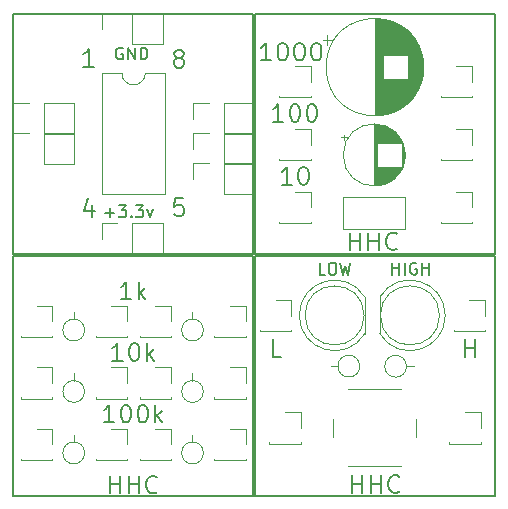
<source format=gbr>
%TF.GenerationSoftware,KiCad,Pcbnew,(6.0.7)*%
%TF.CreationDate,2022-09-26T02:54:28-06:00*%
%TF.ProjectId,HHC-MiniBadge-2022,4848432d-4d69-46e6-9942-616467652d32,v1.0*%
%TF.SameCoordinates,Original*%
%TF.FileFunction,Legend,Top*%
%TF.FilePolarity,Positive*%
%FSLAX46Y46*%
G04 Gerber Fmt 4.6, Leading zero omitted, Abs format (unit mm)*
G04 Created by KiCad (PCBNEW (6.0.7)) date 2022-09-26 02:54:28*
%MOMM*%
%LPD*%
G01*
G04 APERTURE LIST*
%ADD10C,0.200000*%
%ADD11C,0.150000*%
%ADD12C,0.120000*%
%ADD13R,1.700000X1.700000*%
%ADD14O,1.700000X1.700000*%
%ADD15C,1.778000*%
%ADD16R,1.600000X1.600000*%
%ADD17O,1.600000X1.600000*%
%ADD18C,2.000000*%
%ADD19O,1.400000X1.400000*%
%ADD20C,1.400000*%
%ADD21C,1.800000*%
%ADD22R,1.800000X1.800000*%
%ADD23C,1.600000*%
G04 APERTURE END LIST*
D10*
X146645714Y-84578571D02*
X146645714Y-83078571D01*
X146645714Y-83792857D02*
X147502857Y-83792857D01*
X147502857Y-84578571D02*
X147502857Y-83078571D01*
X148217142Y-84578571D02*
X148217142Y-83078571D01*
X148217142Y-83792857D02*
X149074285Y-83792857D01*
X149074285Y-84578571D02*
X149074285Y-83078571D01*
X150645714Y-84435714D02*
X150574285Y-84507142D01*
X150360000Y-84578571D01*
X150217142Y-84578571D01*
X150002857Y-84507142D01*
X149860000Y-84364285D01*
X149788571Y-84221428D01*
X149717142Y-83935714D01*
X149717142Y-83721428D01*
X149788571Y-83435714D01*
X149860000Y-83292857D01*
X150002857Y-83150000D01*
X150217142Y-83078571D01*
X150360000Y-83078571D01*
X150574285Y-83150000D01*
X150645714Y-83221428D01*
X126335714Y-105158571D02*
X126335714Y-103658571D01*
X126335714Y-104372857D02*
X127192857Y-104372857D01*
X127192857Y-105158571D02*
X127192857Y-103658571D01*
X127907142Y-105158571D02*
X127907142Y-103658571D01*
X127907142Y-104372857D02*
X128764285Y-104372857D01*
X128764285Y-105158571D02*
X128764285Y-103658571D01*
X130335714Y-105015714D02*
X130264285Y-105087142D01*
X130050000Y-105158571D01*
X129907142Y-105158571D01*
X129692857Y-105087142D01*
X129550000Y-104944285D01*
X129478571Y-104801428D01*
X129407142Y-104515714D01*
X129407142Y-104301428D01*
X129478571Y-104015714D01*
X129550000Y-103872857D01*
X129692857Y-103730000D01*
X129907142Y-103658571D01*
X130050000Y-103658571D01*
X130264285Y-103730000D01*
X130335714Y-103801428D01*
X146845714Y-105128571D02*
X146845714Y-103628571D01*
X146845714Y-104342857D02*
X147702857Y-104342857D01*
X147702857Y-105128571D02*
X147702857Y-103628571D01*
X148417142Y-105128571D02*
X148417142Y-103628571D01*
X148417142Y-104342857D02*
X149274285Y-104342857D01*
X149274285Y-105128571D02*
X149274285Y-103628571D01*
X150845714Y-104985714D02*
X150774285Y-105057142D01*
X150560000Y-105128571D01*
X150417142Y-105128571D01*
X150202857Y-105057142D01*
X150060000Y-104914285D01*
X149988571Y-104771428D01*
X149917142Y-104485714D01*
X149917142Y-104271428D01*
X149988571Y-103985714D01*
X150060000Y-103842857D01*
X150202857Y-103700000D01*
X150417142Y-103628571D01*
X150560000Y-103628571D01*
X150774285Y-103700000D01*
X150845714Y-103771428D01*
D11*
X150232380Y-86632380D02*
X150232380Y-85632380D01*
X150232380Y-86108571D02*
X150803809Y-86108571D01*
X150803809Y-86632380D02*
X150803809Y-85632380D01*
X151280000Y-86632380D02*
X151280000Y-85632380D01*
X152280000Y-85680000D02*
X152184761Y-85632380D01*
X152041904Y-85632380D01*
X151899047Y-85680000D01*
X151803809Y-85775238D01*
X151756190Y-85870476D01*
X151708571Y-86060952D01*
X151708571Y-86203809D01*
X151756190Y-86394285D01*
X151803809Y-86489523D01*
X151899047Y-86584761D01*
X152041904Y-86632380D01*
X152137142Y-86632380D01*
X152280000Y-86584761D01*
X152327619Y-86537142D01*
X152327619Y-86203809D01*
X152137142Y-86203809D01*
X152756190Y-86632380D02*
X152756190Y-85632380D01*
X152756190Y-86108571D02*
X153327619Y-86108571D01*
X153327619Y-86632380D02*
X153327619Y-85632380D01*
X144554285Y-86632380D02*
X144078095Y-86632380D01*
X144078095Y-85632380D01*
X145078095Y-85632380D02*
X145268571Y-85632380D01*
X145363809Y-85680000D01*
X145459047Y-85775238D01*
X145506666Y-85965714D01*
X145506666Y-86299047D01*
X145459047Y-86489523D01*
X145363809Y-86584761D01*
X145268571Y-86632380D01*
X145078095Y-86632380D01*
X144982857Y-86584761D01*
X144887619Y-86489523D01*
X144840000Y-86299047D01*
X144840000Y-85965714D01*
X144887619Y-85775238D01*
X144982857Y-85680000D01*
X145078095Y-85632380D01*
X145840000Y-85632380D02*
X146078095Y-86632380D01*
X146268571Y-85918095D01*
X146459047Y-86632380D01*
X146697142Y-85632380D01*
X156361428Y-93618571D02*
X156361428Y-92118571D01*
X156361428Y-92832857D02*
X157218571Y-92832857D01*
X157218571Y-93618571D02*
X157218571Y-92118571D01*
X140844285Y-93628571D02*
X140130000Y-93628571D01*
X140130000Y-92128571D01*
X125947619Y-81391428D02*
X126709523Y-81391428D01*
X126328571Y-81772380D02*
X126328571Y-81010476D01*
X127090476Y-80772380D02*
X127709523Y-80772380D01*
X127376190Y-81153333D01*
X127519047Y-81153333D01*
X127614285Y-81200952D01*
X127661904Y-81248571D01*
X127709523Y-81343809D01*
X127709523Y-81581904D01*
X127661904Y-81677142D01*
X127614285Y-81724761D01*
X127519047Y-81772380D01*
X127233333Y-81772380D01*
X127138095Y-81724761D01*
X127090476Y-81677142D01*
X128138095Y-81677142D02*
X128185714Y-81724761D01*
X128138095Y-81772380D01*
X128090476Y-81724761D01*
X128138095Y-81677142D01*
X128138095Y-81772380D01*
X128519047Y-80772380D02*
X129138095Y-80772380D01*
X128804761Y-81153333D01*
X128947619Y-81153333D01*
X129042857Y-81200952D01*
X129090476Y-81248571D01*
X129138095Y-81343809D01*
X129138095Y-81581904D01*
X129090476Y-81677142D01*
X129042857Y-81724761D01*
X128947619Y-81772380D01*
X128661904Y-81772380D01*
X128566666Y-81724761D01*
X128519047Y-81677142D01*
X129471428Y-81105714D02*
X129709523Y-81772380D01*
X129947619Y-81105714D01*
X127398095Y-67470000D02*
X127302857Y-67422380D01*
X127160000Y-67422380D01*
X127017142Y-67470000D01*
X126921904Y-67565238D01*
X126874285Y-67660476D01*
X126826666Y-67850952D01*
X126826666Y-67993809D01*
X126874285Y-68184285D01*
X126921904Y-68279523D01*
X127017142Y-68374761D01*
X127160000Y-68422380D01*
X127255238Y-68422380D01*
X127398095Y-68374761D01*
X127445714Y-68327142D01*
X127445714Y-67993809D01*
X127255238Y-67993809D01*
X127874285Y-68422380D02*
X127874285Y-67422380D01*
X128445714Y-68422380D01*
X128445714Y-67422380D01*
X128921904Y-68422380D02*
X128921904Y-67422380D01*
X129160000Y-67422380D01*
X129302857Y-67470000D01*
X129398095Y-67565238D01*
X129445714Y-67660476D01*
X129493333Y-67850952D01*
X129493333Y-67993809D01*
X129445714Y-68184285D01*
X129398095Y-68279523D01*
X129302857Y-68374761D01*
X129160000Y-68422380D01*
X128921904Y-68422380D01*
X132557142Y-80188571D02*
X131842857Y-80188571D01*
X131771428Y-80902857D01*
X131842857Y-80831428D01*
X131985714Y-80760000D01*
X132342857Y-80760000D01*
X132485714Y-80831428D01*
X132557142Y-80902857D01*
X132628571Y-81045714D01*
X132628571Y-81402857D01*
X132557142Y-81545714D01*
X132485714Y-81617142D01*
X132342857Y-81688571D01*
X131985714Y-81688571D01*
X131842857Y-81617142D01*
X131771428Y-81545714D01*
X124825714Y-80758571D02*
X124825714Y-81758571D01*
X124468571Y-80187142D02*
X124111428Y-81258571D01*
X125040000Y-81258571D01*
X132037142Y-68271428D02*
X131894285Y-68200000D01*
X131822857Y-68128571D01*
X131751428Y-67985714D01*
X131751428Y-67914285D01*
X131822857Y-67771428D01*
X131894285Y-67700000D01*
X132037142Y-67628571D01*
X132322857Y-67628571D01*
X132465714Y-67700000D01*
X132537142Y-67771428D01*
X132608571Y-67914285D01*
X132608571Y-67985714D01*
X132537142Y-68128571D01*
X132465714Y-68200000D01*
X132322857Y-68271428D01*
X132037142Y-68271428D01*
X131894285Y-68342857D01*
X131822857Y-68414285D01*
X131751428Y-68557142D01*
X131751428Y-68842857D01*
X131822857Y-68985714D01*
X131894285Y-69057142D01*
X132037142Y-69128571D01*
X132322857Y-69128571D01*
X132465714Y-69057142D01*
X132537142Y-68985714D01*
X132608571Y-68842857D01*
X132608571Y-68557142D01*
X132537142Y-68414285D01*
X132465714Y-68342857D01*
X132322857Y-68271428D01*
X124948571Y-69058571D02*
X124091428Y-69058571D01*
X124520000Y-69058571D02*
X124520000Y-67558571D01*
X124377142Y-67772857D01*
X124234285Y-67915714D01*
X124091428Y-67987142D01*
X141724285Y-79008571D02*
X140867142Y-79008571D01*
X141295714Y-79008571D02*
X141295714Y-77508571D01*
X141152857Y-77722857D01*
X141010000Y-77865714D01*
X140867142Y-77937142D01*
X142652857Y-77508571D02*
X142795714Y-77508571D01*
X142938571Y-77580000D01*
X143010000Y-77651428D01*
X143081428Y-77794285D01*
X143152857Y-78080000D01*
X143152857Y-78437142D01*
X143081428Y-78722857D01*
X143010000Y-78865714D01*
X142938571Y-78937142D01*
X142795714Y-79008571D01*
X142652857Y-79008571D01*
X142510000Y-78937142D01*
X142438571Y-78865714D01*
X142367142Y-78722857D01*
X142295714Y-78437142D01*
X142295714Y-78080000D01*
X142367142Y-77794285D01*
X142438571Y-77651428D01*
X142510000Y-77580000D01*
X142652857Y-77508571D01*
X141000000Y-73698571D02*
X140142857Y-73698571D01*
X140571428Y-73698571D02*
X140571428Y-72198571D01*
X140428571Y-72412857D01*
X140285714Y-72555714D01*
X140142857Y-72627142D01*
X141928571Y-72198571D02*
X142071428Y-72198571D01*
X142214285Y-72270000D01*
X142285714Y-72341428D01*
X142357142Y-72484285D01*
X142428571Y-72770000D01*
X142428571Y-73127142D01*
X142357142Y-73412857D01*
X142285714Y-73555714D01*
X142214285Y-73627142D01*
X142071428Y-73698571D01*
X141928571Y-73698571D01*
X141785714Y-73627142D01*
X141714285Y-73555714D01*
X141642857Y-73412857D01*
X141571428Y-73127142D01*
X141571428Y-72770000D01*
X141642857Y-72484285D01*
X141714285Y-72341428D01*
X141785714Y-72270000D01*
X141928571Y-72198571D01*
X143357142Y-72198571D02*
X143500000Y-72198571D01*
X143642857Y-72270000D01*
X143714285Y-72341428D01*
X143785714Y-72484285D01*
X143857142Y-72770000D01*
X143857142Y-73127142D01*
X143785714Y-73412857D01*
X143714285Y-73555714D01*
X143642857Y-73627142D01*
X143500000Y-73698571D01*
X143357142Y-73698571D01*
X143214285Y-73627142D01*
X143142857Y-73555714D01*
X143071428Y-73412857D01*
X143000000Y-73127142D01*
X143000000Y-72770000D01*
X143071428Y-72484285D01*
X143142857Y-72341428D01*
X143214285Y-72270000D01*
X143357142Y-72198571D01*
X139955714Y-68498571D02*
X139098571Y-68498571D01*
X139527142Y-68498571D02*
X139527142Y-66998571D01*
X139384285Y-67212857D01*
X139241428Y-67355714D01*
X139098571Y-67427142D01*
X140884285Y-66998571D02*
X141027142Y-66998571D01*
X141170000Y-67070000D01*
X141241428Y-67141428D01*
X141312857Y-67284285D01*
X141384285Y-67570000D01*
X141384285Y-67927142D01*
X141312857Y-68212857D01*
X141241428Y-68355714D01*
X141170000Y-68427142D01*
X141027142Y-68498571D01*
X140884285Y-68498571D01*
X140741428Y-68427142D01*
X140670000Y-68355714D01*
X140598571Y-68212857D01*
X140527142Y-67927142D01*
X140527142Y-67570000D01*
X140598571Y-67284285D01*
X140670000Y-67141428D01*
X140741428Y-67070000D01*
X140884285Y-66998571D01*
X142312857Y-66998571D02*
X142455714Y-66998571D01*
X142598571Y-67070000D01*
X142670000Y-67141428D01*
X142741428Y-67284285D01*
X142812857Y-67570000D01*
X142812857Y-67927142D01*
X142741428Y-68212857D01*
X142670000Y-68355714D01*
X142598571Y-68427142D01*
X142455714Y-68498571D01*
X142312857Y-68498571D01*
X142170000Y-68427142D01*
X142098571Y-68355714D01*
X142027142Y-68212857D01*
X141955714Y-67927142D01*
X141955714Y-67570000D01*
X142027142Y-67284285D01*
X142098571Y-67141428D01*
X142170000Y-67070000D01*
X142312857Y-66998571D01*
X143741428Y-66998571D02*
X143884285Y-66998571D01*
X144027142Y-67070000D01*
X144098571Y-67141428D01*
X144170000Y-67284285D01*
X144241428Y-67570000D01*
X144241428Y-67927142D01*
X144170000Y-68212857D01*
X144098571Y-68355714D01*
X144027142Y-68427142D01*
X143884285Y-68498571D01*
X143741428Y-68498571D01*
X143598571Y-68427142D01*
X143527142Y-68355714D01*
X143455714Y-68212857D01*
X143384285Y-67927142D01*
X143384285Y-67570000D01*
X143455714Y-67284285D01*
X143527142Y-67141428D01*
X143598571Y-67070000D01*
X143741428Y-66998571D01*
X126682857Y-99148571D02*
X125825714Y-99148571D01*
X126254285Y-99148571D02*
X126254285Y-97648571D01*
X126111428Y-97862857D01*
X125968571Y-98005714D01*
X125825714Y-98077142D01*
X127611428Y-97648571D02*
X127754285Y-97648571D01*
X127897142Y-97720000D01*
X127968571Y-97791428D01*
X128040000Y-97934285D01*
X128111428Y-98220000D01*
X128111428Y-98577142D01*
X128040000Y-98862857D01*
X127968571Y-99005714D01*
X127897142Y-99077142D01*
X127754285Y-99148571D01*
X127611428Y-99148571D01*
X127468571Y-99077142D01*
X127397142Y-99005714D01*
X127325714Y-98862857D01*
X127254285Y-98577142D01*
X127254285Y-98220000D01*
X127325714Y-97934285D01*
X127397142Y-97791428D01*
X127468571Y-97720000D01*
X127611428Y-97648571D01*
X129040000Y-97648571D02*
X129182857Y-97648571D01*
X129325714Y-97720000D01*
X129397142Y-97791428D01*
X129468571Y-97934285D01*
X129540000Y-98220000D01*
X129540000Y-98577142D01*
X129468571Y-98862857D01*
X129397142Y-99005714D01*
X129325714Y-99077142D01*
X129182857Y-99148571D01*
X129040000Y-99148571D01*
X128897142Y-99077142D01*
X128825714Y-99005714D01*
X128754285Y-98862857D01*
X128682857Y-98577142D01*
X128682857Y-98220000D01*
X128754285Y-97934285D01*
X128825714Y-97791428D01*
X128897142Y-97720000D01*
X129040000Y-97648571D01*
X130182857Y-99148571D02*
X130182857Y-97648571D01*
X130325714Y-98577142D02*
X130754285Y-99148571D01*
X130754285Y-98148571D02*
X130182857Y-98720000D01*
X127397142Y-93938571D02*
X126540000Y-93938571D01*
X126968571Y-93938571D02*
X126968571Y-92438571D01*
X126825714Y-92652857D01*
X126682857Y-92795714D01*
X126540000Y-92867142D01*
X128325714Y-92438571D02*
X128468571Y-92438571D01*
X128611428Y-92510000D01*
X128682857Y-92581428D01*
X128754285Y-92724285D01*
X128825714Y-93010000D01*
X128825714Y-93367142D01*
X128754285Y-93652857D01*
X128682857Y-93795714D01*
X128611428Y-93867142D01*
X128468571Y-93938571D01*
X128325714Y-93938571D01*
X128182857Y-93867142D01*
X128111428Y-93795714D01*
X128040000Y-93652857D01*
X127968571Y-93367142D01*
X127968571Y-93010000D01*
X128040000Y-92724285D01*
X128111428Y-92581428D01*
X128182857Y-92510000D01*
X128325714Y-92438571D01*
X129468571Y-93938571D02*
X129468571Y-92438571D01*
X129611428Y-93367142D02*
X130040000Y-93938571D01*
X130040000Y-92938571D02*
X129468571Y-93510000D01*
X128111428Y-88728571D02*
X127254285Y-88728571D01*
X127682857Y-88728571D02*
X127682857Y-87228571D01*
X127540000Y-87442857D01*
X127397142Y-87585714D01*
X127254285Y-87657142D01*
X128754285Y-88728571D02*
X128754285Y-87228571D01*
X128897142Y-88157142D02*
X129325714Y-88728571D01*
X129325714Y-87728571D02*
X128754285Y-88300000D01*
D12*
%TO.C,J29*%
X128222500Y-67135000D02*
X130822500Y-67135000D01*
X128222500Y-64475000D02*
X130822500Y-64475000D01*
X128222500Y-67135000D02*
X128222500Y-64475000D01*
X125622500Y-65805000D02*
X125622500Y-64475000D01*
X125622500Y-64475000D02*
X126952500Y-64475000D01*
X130822500Y-67135000D02*
X130822500Y-64475000D01*
%TO.C,J28*%
X128222500Y-84915000D02*
X130822500Y-84915000D01*
X128222500Y-82255000D02*
X130822500Y-82255000D01*
X128222500Y-84915000D02*
X128222500Y-82255000D01*
X125622500Y-83585000D02*
X125622500Y-82255000D01*
X125622500Y-82255000D02*
X126952500Y-82255000D01*
X130822500Y-84915000D02*
X130822500Y-82255000D01*
%TO.C,J5*%
X135950000Y-77300000D02*
X138550000Y-77300000D01*
X135950000Y-74640000D02*
X138550000Y-74640000D01*
X135950000Y-77300000D02*
X135950000Y-74640000D01*
X133350000Y-75970000D02*
X133350000Y-74640000D01*
X133350000Y-74640000D02*
X134680000Y-74640000D01*
X138550000Y-77300000D02*
X138550000Y-74640000D01*
D11*
%TO.C,U5*%
X138650000Y-84860000D02*
X158970000Y-84860000D01*
X158970000Y-84860000D02*
X158970000Y-64540000D01*
X138650000Y-64540000D02*
X138650000Y-84860000D01*
X158970000Y-64540000D02*
X138650000Y-64540000D01*
%TO.C,U4*%
X138450000Y-85060000D02*
X118130000Y-85060000D01*
X118130000Y-85060000D02*
X118130000Y-105380000D01*
X138450000Y-105380000D02*
X138450000Y-85060000D01*
X118130000Y-105380000D02*
X138450000Y-105380000D01*
%TO.C,U3*%
X158970000Y-85060000D02*
X138650000Y-85060000D01*
X138650000Y-85060000D02*
X138650000Y-105380000D01*
X158970000Y-105380000D02*
X158970000Y-85060000D01*
X138650000Y-105380000D02*
X158970000Y-105380000D01*
%TO.C,U2*%
X118130000Y-84860000D02*
X138450000Y-84860000D01*
X138450000Y-84860000D02*
X138450000Y-64540000D01*
X118130000Y-64540000D02*
X118130000Y-84860000D01*
X138450000Y-64540000D02*
X118130000Y-64540000D01*
D12*
%TO.C,U1*%
X130980000Y-69560000D02*
X129330000Y-69560000D01*
X125680000Y-69560000D02*
X125680000Y-79840000D01*
X130980000Y-79840000D02*
X130980000Y-69560000D01*
X127330000Y-69560000D02*
X125680000Y-69560000D01*
X125680000Y-79840000D02*
X130980000Y-79840000D01*
X127330000Y-69560000D02*
G75*
G03*
X129330000Y-69560000I1000000J0D01*
G01*
%TO.C,SW1*%
X146472500Y-102860000D02*
X150972500Y-102860000D01*
X152222500Y-100360000D02*
X152222500Y-98860000D01*
X145222500Y-98860000D02*
X145222500Y-100360000D01*
X150972500Y-96360000D02*
X146472500Y-96360000D01*
%TO.C,R8*%
X151440000Y-94400000D02*
G75*
G03*
X151440000Y-94400000I-920000J0D01*
G01*
X151440000Y-94400000D02*
X152060000Y-94400000D01*
%TO.C,R7*%
X147480000Y-94390000D02*
G75*
G03*
X147480000Y-94390000I-920000J0D01*
G01*
X145640000Y-94390000D02*
X145020000Y-94390000D01*
%TO.C,R6*%
X133322500Y-90410000D02*
X133322500Y-89790000D01*
X134242500Y-91330000D02*
G75*
G03*
X134242500Y-91330000I-920000J0D01*
G01*
%TO.C,R5*%
X123265278Y-95612500D02*
X123265278Y-94992500D01*
X124185278Y-96532500D02*
G75*
G03*
X124185278Y-96532500I-920000J0D01*
G01*
%TO.C,R4*%
X124185278Y-101735000D02*
G75*
G03*
X124185278Y-101735000I-920000J0D01*
G01*
X123265278Y-100815000D02*
X123265278Y-100195000D01*
%TO.C,R3*%
X123265278Y-90410000D02*
X123265278Y-89790000D01*
X124185278Y-91330000D02*
G75*
G03*
X124185278Y-91330000I-920000J0D01*
G01*
%TO.C,R2*%
X133322500Y-95612500D02*
X133322500Y-94992500D01*
X134242500Y-96532500D02*
G75*
G03*
X134242500Y-96532500I-920000J0D01*
G01*
%TO.C,R1*%
X134242500Y-101735000D02*
G75*
G03*
X134242500Y-101735000I-920000J0D01*
G01*
X133322500Y-100815000D02*
X133322500Y-100195000D01*
%TO.C,J27*%
X156775000Y-88785000D02*
X158105000Y-88785000D01*
X158105000Y-88785000D02*
X158105000Y-90115000D01*
X158105000Y-91325000D02*
X158105000Y-91445000D01*
X155445000Y-91445000D02*
X158105000Y-91445000D01*
X155445000Y-91325000D02*
X155445000Y-91445000D01*
%TO.C,J26*%
X140370000Y-88785000D02*
X141700000Y-88785000D01*
X141700000Y-88785000D02*
X141700000Y-90115000D01*
X141700000Y-91325000D02*
X141700000Y-91445000D01*
X139040000Y-91445000D02*
X141700000Y-91445000D01*
X139040000Y-91325000D02*
X139040000Y-91445000D01*
%TO.C,J25*%
X156410000Y-98305000D02*
X157740000Y-98305000D01*
X157740000Y-98305000D02*
X157740000Y-99635000D01*
X157740000Y-100845000D02*
X157740000Y-100965000D01*
X155080000Y-100965000D02*
X157740000Y-100965000D01*
X155080000Y-100845000D02*
X155080000Y-100965000D01*
%TO.C,J24*%
X141140000Y-98300000D02*
X142470000Y-98300000D01*
X142470000Y-98300000D02*
X142470000Y-99630000D01*
X142470000Y-100840000D02*
X142470000Y-100960000D01*
X139810000Y-100960000D02*
X142470000Y-100960000D01*
X139810000Y-100840000D02*
X139810000Y-100960000D01*
%TO.C,J23*%
X135180000Y-91815000D02*
X135180000Y-91935000D01*
X135180000Y-91935000D02*
X137840000Y-91935000D01*
X137840000Y-91815000D02*
X137840000Y-91935000D01*
X137840000Y-89275000D02*
X137840000Y-90605000D01*
X136510000Y-89275000D02*
X137840000Y-89275000D01*
%TO.C,J22*%
X125120000Y-97017500D02*
X125120000Y-97137500D01*
X125120000Y-97137500D02*
X127780000Y-97137500D01*
X127780000Y-97017500D02*
X127780000Y-97137500D01*
X127780000Y-94477500D02*
X127780000Y-95807500D01*
X126450000Y-94477500D02*
X127780000Y-94477500D01*
%TO.C,J21*%
X126450000Y-99680000D02*
X127780000Y-99680000D01*
X127780000Y-99680000D02*
X127780000Y-101010000D01*
X127780000Y-102220000D02*
X127780000Y-102340000D01*
X125120000Y-102340000D02*
X127780000Y-102340000D01*
X125120000Y-102220000D02*
X125120000Y-102340000D01*
%TO.C,J20*%
X130185000Y-89275000D02*
X131515000Y-89275000D01*
X131515000Y-89275000D02*
X131515000Y-90605000D01*
X131515000Y-91815000D02*
X131515000Y-91935000D01*
X128855000Y-91935000D02*
X131515000Y-91935000D01*
X128855000Y-91815000D02*
X128855000Y-91935000D01*
%TO.C,J19*%
X118800278Y-97017500D02*
X118800278Y-97137500D01*
X118800278Y-97137500D02*
X121460278Y-97137500D01*
X121460278Y-97017500D02*
X121460278Y-97137500D01*
X121460278Y-94477500D02*
X121460278Y-95807500D01*
X120130278Y-94477500D02*
X121460278Y-94477500D01*
%TO.C,J18*%
X120130278Y-99680000D02*
X121460278Y-99680000D01*
X121460278Y-99680000D02*
X121460278Y-101010000D01*
X121460278Y-102220000D02*
X121460278Y-102340000D01*
X118800278Y-102340000D02*
X121460278Y-102340000D01*
X118800278Y-102220000D02*
X118800278Y-102340000D01*
%TO.C,J17*%
X126450000Y-89275000D02*
X127780000Y-89275000D01*
X127780000Y-89275000D02*
X127780000Y-90605000D01*
X127780000Y-91815000D02*
X127780000Y-91935000D01*
X125120000Y-91935000D02*
X127780000Y-91935000D01*
X125120000Y-91815000D02*
X125120000Y-91935000D01*
%TO.C,J16*%
X135180000Y-97017500D02*
X135180000Y-97137500D01*
X135180000Y-97137500D02*
X137840000Y-97137500D01*
X137840000Y-97017500D02*
X137840000Y-97137500D01*
X137840000Y-94477500D02*
X137840000Y-95807500D01*
X136510000Y-94477500D02*
X137840000Y-94477500D01*
%TO.C,J15*%
X136510000Y-99680000D02*
X137840000Y-99680000D01*
X137840000Y-99680000D02*
X137840000Y-101010000D01*
X137840000Y-102220000D02*
X137840000Y-102340000D01*
X135180000Y-102340000D02*
X137840000Y-102340000D01*
X135180000Y-102220000D02*
X135180000Y-102340000D01*
%TO.C,J14*%
X120130278Y-89275000D02*
X121460278Y-89275000D01*
X121460278Y-89275000D02*
X121460278Y-90605000D01*
X121460278Y-91815000D02*
X121460278Y-91935000D01*
X118800278Y-91935000D02*
X121460278Y-91935000D01*
X118800278Y-91815000D02*
X118800278Y-91935000D01*
%TO.C,J13*%
X128855000Y-97017500D02*
X128855000Y-97137500D01*
X128855000Y-97137500D02*
X131515000Y-97137500D01*
X131515000Y-97017500D02*
X131515000Y-97137500D01*
X131515000Y-94477500D02*
X131515000Y-95807500D01*
X130185000Y-94477500D02*
X131515000Y-94477500D01*
%TO.C,J12*%
X130185000Y-99680000D02*
X131515000Y-99680000D01*
X131515000Y-99680000D02*
X131515000Y-101010000D01*
X131515000Y-102220000D02*
X131515000Y-102340000D01*
X128855000Y-102340000D02*
X131515000Y-102340000D01*
X128855000Y-102220000D02*
X128855000Y-102340000D01*
%TO.C,J11*%
X154325000Y-82155000D02*
X154325000Y-82275000D01*
X154325000Y-82275000D02*
X156985000Y-82275000D01*
X156985000Y-82155000D02*
X156985000Y-82275000D01*
X156985000Y-79615000D02*
X156985000Y-80945000D01*
X155655000Y-79615000D02*
X156985000Y-79615000D01*
%TO.C,J10*%
X154340000Y-76837500D02*
X154340000Y-76957500D01*
X154340000Y-76957500D02*
X157000000Y-76957500D01*
X157000000Y-76837500D02*
X157000000Y-76957500D01*
X157000000Y-74297500D02*
X157000000Y-75627500D01*
X155670000Y-74297500D02*
X157000000Y-74297500D01*
%TO.C,J9*%
X154340000Y-71520000D02*
X154340000Y-71640000D01*
X154340000Y-71640000D02*
X157000000Y-71640000D01*
X157000000Y-71520000D02*
X157000000Y-71640000D01*
X157000000Y-68980000D02*
X157000000Y-70310000D01*
X155670000Y-68980000D02*
X157000000Y-68980000D01*
%TO.C,J8*%
X140660000Y-82155000D02*
X140660000Y-82275000D01*
X140660000Y-82275000D02*
X143320000Y-82275000D01*
X143320000Y-82155000D02*
X143320000Y-82275000D01*
X143320000Y-79615000D02*
X143320000Y-80945000D01*
X141990000Y-79615000D02*
X143320000Y-79615000D01*
%TO.C,J7*%
X140675000Y-76837500D02*
X140675000Y-76957500D01*
X140675000Y-76957500D02*
X143335000Y-76957500D01*
X143335000Y-76837500D02*
X143335000Y-76957500D01*
X143335000Y-74297500D02*
X143335000Y-75627500D01*
X142005000Y-74297500D02*
X143335000Y-74297500D01*
%TO.C,J6*%
X142005000Y-68980000D02*
X143335000Y-68980000D01*
X143335000Y-68980000D02*
X143335000Y-70310000D01*
X143335000Y-71520000D02*
X143335000Y-71640000D01*
X140675000Y-71640000D02*
X143335000Y-71640000D01*
X140675000Y-71520000D02*
X140675000Y-71640000D01*
%TO.C,J4*%
X135950000Y-74760000D02*
X138550000Y-74760000D01*
X135950000Y-72100000D02*
X138550000Y-72100000D01*
X135950000Y-74760000D02*
X135950000Y-72100000D01*
X133350000Y-73430000D02*
X133350000Y-72100000D01*
X133350000Y-72100000D02*
X134680000Y-72100000D01*
X138550000Y-74760000D02*
X138550000Y-72100000D01*
%TO.C,J3*%
X120710000Y-77300000D02*
X123310000Y-77300000D01*
X120710000Y-74640000D02*
X123310000Y-74640000D01*
X120710000Y-77300000D02*
X120710000Y-74640000D01*
X118110000Y-75970000D02*
X118110000Y-74640000D01*
X118110000Y-74640000D02*
X119440000Y-74640000D01*
X123310000Y-77300000D02*
X123310000Y-74640000D01*
%TO.C,J2*%
X135950000Y-79840000D02*
X138550000Y-79840000D01*
X135950000Y-77180000D02*
X138550000Y-77180000D01*
X135950000Y-79840000D02*
X135950000Y-77180000D01*
X133350000Y-78510000D02*
X133350000Y-77180000D01*
X133350000Y-77180000D02*
X134680000Y-77180000D01*
X138550000Y-79840000D02*
X138550000Y-77180000D01*
%TO.C,J1*%
X120710000Y-74760000D02*
X123310000Y-74760000D01*
X120710000Y-72100000D02*
X123310000Y-72100000D01*
X120710000Y-74760000D02*
X120710000Y-72100000D01*
X118110000Y-73430000D02*
X118110000Y-72100000D01*
X118110000Y-72100000D02*
X119440000Y-72100000D01*
X123310000Y-74760000D02*
X123310000Y-72100000D01*
%TO.C,D2*%
X154235000Y-90090000D02*
G75*
G03*
X154235000Y-90090000I-2500000J0D01*
G01*
X154725000Y-90090462D02*
G75*
G03*
X149175000Y-88545170I-2990000J462D01*
G01*
X149175000Y-91634830D02*
G75*
G03*
X154725000Y-90089538I2560000J1544830D01*
G01*
X149175000Y-88545000D02*
X149175000Y-91635000D01*
%TO.C,D1*%
X147850000Y-90090000D02*
G75*
G03*
X147850000Y-90090000I-2500000J0D01*
G01*
X142360000Y-90089538D02*
G75*
G03*
X147910000Y-91634830I2990000J-462D01*
G01*
X147910000Y-88545170D02*
G75*
G03*
X142360000Y-90090462I-2560000J-1544830D01*
G01*
X147910000Y-91635000D02*
X147910000Y-88545000D01*
%TO.C,C3*%
X146040000Y-80040000D02*
X146040000Y-82780000D01*
X146040000Y-80040000D02*
X151280000Y-80040000D01*
X151280000Y-80040000D02*
X151280000Y-82780000D01*
X146040000Y-82780000D02*
X151280000Y-82780000D01*
%TO.C,C2*%
X149785888Y-77540000D02*
X149785888Y-78848000D01*
X150665888Y-74801000D02*
X150665888Y-75460000D01*
X150945888Y-75181000D02*
X150945888Y-75460000D01*
X150905888Y-75117000D02*
X150905888Y-75460000D01*
X149184888Y-77540000D02*
X149184888Y-79036000D01*
X149985888Y-74253000D02*
X149985888Y-75460000D01*
X148704888Y-73920000D02*
X148704888Y-79080000D01*
X149865888Y-77540000D02*
X149865888Y-78810000D01*
X150545888Y-77540000D02*
X150545888Y-78326000D01*
X150145888Y-77540000D02*
X150145888Y-78649000D01*
X149425888Y-77540000D02*
X149425888Y-78980000D01*
X150185888Y-77540000D02*
X150185888Y-78622000D01*
X150865888Y-75057000D02*
X150865888Y-75460000D01*
X148784888Y-73921000D02*
X148784888Y-79079000D01*
X150305888Y-74465000D02*
X150305888Y-75460000D01*
X151265888Y-75982000D02*
X151265888Y-77018000D01*
X149505888Y-74045000D02*
X149505888Y-75460000D01*
X150025888Y-74276000D02*
X150025888Y-75460000D01*
X149825888Y-77540000D02*
X149825888Y-78829000D01*
X150625888Y-77540000D02*
X150625888Y-78243000D01*
X150345888Y-77540000D02*
X150345888Y-78504000D01*
X150945888Y-77540000D02*
X150945888Y-77819000D01*
X150985888Y-77540000D02*
X150985888Y-77751000D01*
X150505888Y-77540000D02*
X150505888Y-78364000D01*
X149264888Y-77540000D02*
X149264888Y-79020000D01*
X149184888Y-73964000D02*
X149184888Y-75460000D01*
X149425888Y-74020000D02*
X149425888Y-75460000D01*
X149625888Y-74086000D02*
X149625888Y-75460000D01*
X149384888Y-77540000D02*
X149384888Y-78991000D01*
X151225888Y-75823000D02*
X151225888Y-77177000D01*
X150105888Y-74325000D02*
X150105888Y-75460000D01*
X149465888Y-77540000D02*
X149465888Y-78968000D01*
X150585888Y-74715000D02*
X150585888Y-75460000D01*
X150865888Y-77540000D02*
X150865888Y-77943000D01*
X150425888Y-74563000D02*
X150425888Y-75460000D01*
X150145888Y-74351000D02*
X150145888Y-75460000D01*
X149825888Y-74171000D02*
X149825888Y-75460000D01*
X149064888Y-77540000D02*
X149064888Y-79056000D01*
X150905888Y-77540000D02*
X150905888Y-77883000D01*
X149304888Y-73989000D02*
X149304888Y-75460000D01*
X151065888Y-75402000D02*
X151065888Y-77598000D01*
X150625888Y-74757000D02*
X150625888Y-75460000D01*
X148944888Y-77540000D02*
X148944888Y-79069000D01*
X149224888Y-77540000D02*
X149224888Y-79028000D01*
X149144888Y-73957000D02*
X149144888Y-75460000D01*
X148864888Y-73924000D02*
X148864888Y-79076000D01*
X150225888Y-74405000D02*
X150225888Y-75460000D01*
X149945888Y-77540000D02*
X149945888Y-78768000D01*
X149705888Y-74118000D02*
X149705888Y-75460000D01*
X149344888Y-77540000D02*
X149344888Y-79001000D01*
X149224888Y-73972000D02*
X149224888Y-75460000D01*
X148744888Y-73920000D02*
X148744888Y-79080000D01*
X149745888Y-74135000D02*
X149745888Y-75460000D01*
X150705888Y-77540000D02*
X150705888Y-78153000D01*
X149344888Y-73999000D02*
X149344888Y-75460000D01*
X149024888Y-73939000D02*
X149024888Y-75460000D01*
X150065888Y-74300000D02*
X150065888Y-75460000D01*
X150305888Y-77540000D02*
X150305888Y-78535000D01*
X150545888Y-74674000D02*
X150545888Y-75460000D01*
X149104888Y-77540000D02*
X149104888Y-79050000D01*
X149545888Y-74058000D02*
X149545888Y-75460000D01*
X149264888Y-73980000D02*
X149264888Y-75460000D01*
X149104888Y-73950000D02*
X149104888Y-75460000D01*
X150105888Y-77540000D02*
X150105888Y-78675000D01*
X149665888Y-77540000D02*
X149665888Y-78898000D01*
X148824888Y-73922000D02*
X148824888Y-79078000D01*
X148904888Y-73927000D02*
X148904888Y-79073000D01*
X148944888Y-73931000D02*
X148944888Y-75460000D01*
X149304888Y-77540000D02*
X149304888Y-79011000D01*
X150585888Y-77540000D02*
X150585888Y-78285000D01*
X149905888Y-74210000D02*
X149905888Y-75460000D01*
X150265888Y-74435000D02*
X150265888Y-75460000D01*
X149745888Y-77540000D02*
X149745888Y-78865000D01*
X150705888Y-74847000D02*
X150705888Y-75460000D01*
X149064888Y-73944000D02*
X149064888Y-75460000D01*
X150425888Y-77540000D02*
X150425888Y-78437000D01*
X149545888Y-77540000D02*
X149545888Y-78942000D01*
X150265888Y-77540000D02*
X150265888Y-78565000D01*
X149985888Y-77540000D02*
X149985888Y-78747000D01*
X150465888Y-77540000D02*
X150465888Y-78401000D01*
X149505888Y-77540000D02*
X149505888Y-78955000D01*
X150025888Y-77540000D02*
X150025888Y-78724000D01*
X149665888Y-74102000D02*
X149665888Y-75460000D01*
X145900113Y-75025000D02*
X146400113Y-75025000D01*
X150745888Y-77540000D02*
X150745888Y-78105000D01*
X151185888Y-75695000D02*
X151185888Y-77305000D01*
X150985888Y-75249000D02*
X150985888Y-75460000D01*
X149585888Y-77540000D02*
X149585888Y-78928000D01*
X148984888Y-77540000D02*
X148984888Y-79065000D01*
X151305888Y-76216000D02*
X151305888Y-76784000D01*
X149585888Y-74072000D02*
X149585888Y-75460000D01*
X151105888Y-75489000D02*
X151105888Y-77511000D01*
X149705888Y-77540000D02*
X149705888Y-78882000D01*
X150345888Y-74496000D02*
X150345888Y-75460000D01*
X150825888Y-75000000D02*
X150825888Y-75460000D01*
X151025888Y-75322000D02*
X151025888Y-77678000D01*
X150185888Y-74378000D02*
X150185888Y-75460000D01*
X150065888Y-77540000D02*
X150065888Y-78700000D01*
X149625888Y-77540000D02*
X149625888Y-78914000D01*
X146150113Y-74775000D02*
X146150113Y-75275000D01*
X149785888Y-74152000D02*
X149785888Y-75460000D01*
X150385888Y-74529000D02*
X150385888Y-75460000D01*
X149384888Y-74009000D02*
X149384888Y-75460000D01*
X150225888Y-77540000D02*
X150225888Y-78595000D01*
X149024888Y-77540000D02*
X149024888Y-79061000D01*
X149905888Y-77540000D02*
X149905888Y-78790000D01*
X149945888Y-74232000D02*
X149945888Y-75460000D01*
X150785888Y-74946000D02*
X150785888Y-75460000D01*
X149865888Y-74190000D02*
X149865888Y-75460000D01*
X150785888Y-77540000D02*
X150785888Y-78054000D01*
X151145888Y-75585000D02*
X151145888Y-77415000D01*
X150385888Y-77540000D02*
X150385888Y-78471000D01*
X148984888Y-73935000D02*
X148984888Y-75460000D01*
X150825888Y-77540000D02*
X150825888Y-78000000D01*
X150465888Y-74599000D02*
X150465888Y-75460000D01*
X149144888Y-77540000D02*
X149144888Y-79043000D01*
X150745888Y-74895000D02*
X150745888Y-75460000D01*
X149465888Y-74032000D02*
X149465888Y-75460000D01*
X150665888Y-77540000D02*
X150665888Y-78199000D01*
X150505888Y-74636000D02*
X150505888Y-75460000D01*
X151324888Y-76500000D02*
G75*
G03*
X151324888Y-76500000I-2620000J0D01*
G01*
%TO.C,C1*%
X151598349Y-66125000D02*
X151598349Y-72015000D01*
X149317349Y-65028000D02*
X149317349Y-73112000D01*
X149598349Y-70110000D02*
X149598349Y-73064000D01*
X148957349Y-64994000D02*
X148957349Y-73146000D01*
X149157349Y-65009000D02*
X149157349Y-73131000D01*
X150038349Y-70110000D02*
X150038349Y-72947000D01*
X152158349Y-66783000D02*
X152158349Y-71357000D01*
X150118349Y-65220000D02*
X150118349Y-68030000D01*
X149798349Y-65123000D02*
X149798349Y-68030000D01*
X152518349Y-67425000D02*
X152518349Y-70715000D01*
X151998349Y-66565000D02*
X151998349Y-71575000D01*
X148917349Y-64993000D02*
X148917349Y-73147000D01*
X150798349Y-70110000D02*
X150798349Y-72610000D01*
X149718349Y-70110000D02*
X149718349Y-73037000D01*
X150318349Y-70110000D02*
X150318349Y-72844000D01*
X151638349Y-66163000D02*
X151638349Y-71977000D01*
X150518349Y-65384000D02*
X150518349Y-68030000D01*
X150398349Y-65330000D02*
X150398349Y-68030000D01*
X151838349Y-66373000D02*
X151838349Y-71767000D01*
X149558349Y-65068000D02*
X149558349Y-68030000D01*
X149518349Y-70110000D02*
X149518349Y-73080000D01*
X151038349Y-65678000D02*
X151038349Y-68030000D01*
X150278349Y-65280000D02*
X150278349Y-68030000D01*
X149958349Y-70110000D02*
X149958349Y-72972000D01*
X149998349Y-65181000D02*
X149998349Y-68030000D01*
X149718349Y-65103000D02*
X149718349Y-68030000D01*
X150878349Y-70110000D02*
X150878349Y-72563000D01*
X151958349Y-66514000D02*
X151958349Y-71626000D01*
X152438349Y-67257000D02*
X152438349Y-70883000D01*
X149518349Y-65060000D02*
X149518349Y-68030000D01*
X149397349Y-65040000D02*
X149397349Y-73100000D01*
X148797349Y-64990000D02*
X148797349Y-73150000D01*
X150918349Y-65601000D02*
X150918349Y-68030000D01*
X149838349Y-65134000D02*
X149838349Y-68030000D01*
X150078349Y-70110000D02*
X150078349Y-72933000D01*
X151718349Y-66244000D02*
X151718349Y-71896000D01*
X152238349Y-66904000D02*
X152238349Y-71236000D01*
X151398349Y-65946000D02*
X151398349Y-68030000D01*
X151278349Y-70110000D02*
X151278349Y-72290000D01*
X149117349Y-65005000D02*
X149117349Y-73135000D01*
X152678349Y-67841000D02*
X152678349Y-70299000D01*
X150718349Y-70110000D02*
X150718349Y-72654000D01*
X149678349Y-65094000D02*
X149678349Y-68030000D01*
X144747651Y-66355000D02*
X144747651Y-67155000D01*
X149878349Y-65145000D02*
X149878349Y-68030000D01*
X149558349Y-70110000D02*
X149558349Y-73072000D01*
X149758349Y-65113000D02*
X149758349Y-68030000D01*
X150438349Y-70110000D02*
X150438349Y-72792000D01*
X150998349Y-70110000D02*
X150998349Y-72488000D01*
X149037349Y-64999000D02*
X149037349Y-73141000D01*
X150158349Y-65235000D02*
X150158349Y-68030000D01*
X150678349Y-65464000D02*
X150678349Y-68030000D01*
X150558349Y-70110000D02*
X150558349Y-72736000D01*
X151318349Y-70110000D02*
X151318349Y-72259000D01*
X149918349Y-70110000D02*
X149918349Y-72984000D01*
X149598349Y-65076000D02*
X149598349Y-68030000D01*
X150678349Y-70110000D02*
X150678349Y-72676000D01*
X151878349Y-66419000D02*
X151878349Y-71721000D01*
X150398349Y-70110000D02*
X150398349Y-72810000D01*
X149998349Y-70110000D02*
X149998349Y-72959000D01*
X151078349Y-70110000D02*
X151078349Y-72435000D01*
X149478349Y-70110000D02*
X149478349Y-73087000D01*
X150758349Y-70110000D02*
X150758349Y-72632000D01*
X151358349Y-70110000D02*
X151358349Y-72226000D01*
X151478349Y-70110000D02*
X151478349Y-72125000D01*
X151798349Y-66329000D02*
X151798349Y-71811000D01*
X150838349Y-65553000D02*
X150838349Y-68030000D01*
X150158349Y-70110000D02*
X150158349Y-72905000D01*
X150798349Y-65530000D02*
X150798349Y-68030000D01*
X151398349Y-70110000D02*
X151398349Y-72194000D01*
X151518349Y-66051000D02*
X151518349Y-68030000D01*
X149277349Y-65022000D02*
X149277349Y-73118000D01*
X150478349Y-70110000D02*
X150478349Y-72774000D01*
X150278349Y-70110000D02*
X150278349Y-72860000D01*
X151118349Y-65732000D02*
X151118349Y-68030000D01*
X149437349Y-65046000D02*
X149437349Y-73094000D01*
X149638349Y-70110000D02*
X149638349Y-73055000D01*
X151438349Y-65980000D02*
X151438349Y-68030000D01*
X152358349Y-67106000D02*
X152358349Y-71034000D01*
X152278349Y-66968000D02*
X152278349Y-71172000D01*
X152838349Y-68537000D02*
X152838349Y-69603000D01*
X152078349Y-66670000D02*
X152078349Y-71470000D01*
X151038349Y-70110000D02*
X151038349Y-72462000D01*
X151198349Y-65790000D02*
X151198349Y-68030000D01*
X150078349Y-65207000D02*
X150078349Y-68030000D01*
X152318349Y-67036000D02*
X152318349Y-71104000D01*
X150838349Y-70110000D02*
X150838349Y-72587000D01*
X150758349Y-65508000D02*
X150758349Y-68030000D01*
X148877349Y-64991000D02*
X148877349Y-73149000D01*
X150198349Y-70110000D02*
X150198349Y-72891000D01*
X151558349Y-66087000D02*
X151558349Y-72053000D01*
X151518349Y-70110000D02*
X151518349Y-72089000D01*
X151438349Y-70110000D02*
X151438349Y-72160000D01*
X150638349Y-70110000D02*
X150638349Y-72697000D01*
X148997349Y-64996000D02*
X148997349Y-73144000D01*
X151758349Y-66286000D02*
X151758349Y-71854000D01*
X151478349Y-66015000D02*
X151478349Y-68030000D01*
X150478349Y-65366000D02*
X150478349Y-68030000D01*
X150198349Y-65249000D02*
X150198349Y-68030000D01*
X151118349Y-70110000D02*
X151118349Y-72408000D01*
X149838349Y-70110000D02*
X149838349Y-73006000D01*
X150038349Y-65193000D02*
X150038349Y-68030000D01*
X150438349Y-65348000D02*
X150438349Y-68030000D01*
X151198349Y-70110000D02*
X151198349Y-72350000D01*
X150878349Y-65577000D02*
X150878349Y-68030000D01*
X149758349Y-70110000D02*
X149758349Y-73027000D01*
X144347651Y-66755000D02*
X145147651Y-66755000D01*
X152798349Y-68302000D02*
X152798349Y-69838000D01*
X150238349Y-70110000D02*
X150238349Y-72875000D01*
X149958349Y-65168000D02*
X149958349Y-68030000D01*
X149798349Y-70110000D02*
X149798349Y-73017000D01*
X151678349Y-66203000D02*
X151678349Y-71937000D01*
X149638349Y-65085000D02*
X149638349Y-68030000D01*
X152398349Y-67180000D02*
X152398349Y-70960000D01*
X151238349Y-70110000D02*
X151238349Y-72320000D01*
X151078349Y-65705000D02*
X151078349Y-68030000D01*
X150718349Y-65486000D02*
X150718349Y-68030000D01*
X149878349Y-70110000D02*
X149878349Y-72995000D01*
X150358349Y-70110000D02*
X150358349Y-72827000D01*
X152118349Y-66725000D02*
X152118349Y-71415000D01*
X150958349Y-70110000D02*
X150958349Y-72514000D01*
X150558349Y-65404000D02*
X150558349Y-68030000D01*
X151318349Y-65881000D02*
X151318349Y-68030000D01*
X151278349Y-65850000D02*
X151278349Y-68030000D01*
X150318349Y-65296000D02*
X150318349Y-68030000D01*
X150638349Y-65443000D02*
X150638349Y-68030000D01*
X152558349Y-67518000D02*
X152558349Y-70622000D01*
X148757349Y-64990000D02*
X148757349Y-73150000D01*
X150918349Y-70110000D02*
X150918349Y-72539000D01*
X150238349Y-65265000D02*
X150238349Y-68030000D01*
X149678349Y-70110000D02*
X149678349Y-73046000D01*
X149237349Y-65018000D02*
X149237349Y-73122000D01*
X149478349Y-65053000D02*
X149478349Y-68030000D01*
X150998349Y-65652000D02*
X150998349Y-68030000D01*
X151358349Y-65914000D02*
X151358349Y-68030000D01*
X152198349Y-66842000D02*
X152198349Y-71298000D01*
X151238349Y-65820000D02*
X151238349Y-68030000D01*
X152638349Y-67724000D02*
X152638349Y-70416000D01*
X150118349Y-70110000D02*
X150118349Y-72920000D01*
X148837349Y-64990000D02*
X148837349Y-73150000D01*
X151918349Y-66466000D02*
X151918349Y-71674000D01*
X149357349Y-65033000D02*
X149357349Y-73107000D01*
X150598349Y-65423000D02*
X150598349Y-68030000D01*
X151158349Y-65761000D02*
X151158349Y-68030000D01*
X152718349Y-67972000D02*
X152718349Y-70168000D01*
X152478349Y-67339000D02*
X152478349Y-70801000D01*
X149077349Y-65002000D02*
X149077349Y-73138000D01*
X152598349Y-67617000D02*
X152598349Y-70523000D01*
X150598349Y-70110000D02*
X150598349Y-72717000D01*
X150958349Y-65626000D02*
X150958349Y-68030000D01*
X150358349Y-65313000D02*
X150358349Y-68030000D01*
X150518349Y-70110000D02*
X150518349Y-72756000D01*
X149197349Y-65013000D02*
X149197349Y-73127000D01*
X152758349Y-68122000D02*
X152758349Y-70018000D01*
X152038349Y-66616000D02*
X152038349Y-71524000D01*
X149918349Y-65156000D02*
X149918349Y-68030000D01*
X151158349Y-70110000D02*
X151158349Y-72379000D01*
X152877349Y-69070000D02*
G75*
G03*
X152877349Y-69070000I-4120000J0D01*
G01*
%TD*%
%LPC*%
D13*
%TO.C,J29*%
X126952500Y-65805000D03*
D14*
X129492500Y-65805000D03*
%TD*%
D13*
%TO.C,J28*%
X126952500Y-83585000D03*
D14*
X129492500Y-83585000D03*
%TD*%
D13*
%TO.C,J5*%
X134680000Y-75970000D03*
D14*
X137220000Y-75970000D03*
%TD*%
D15*
%TO.C,U5*%
X139920000Y-65810000D03*
X142460000Y-65810000D03*
X155160000Y-65810000D03*
X157700000Y-65810000D03*
X139920000Y-83590000D03*
X142460000Y-83590000D03*
X155160000Y-83590000D03*
X157700000Y-83590000D03*
%TD*%
%TO.C,U4*%
X137180000Y-104110000D03*
X134640000Y-104110000D03*
X121940000Y-104110000D03*
X119400000Y-104110000D03*
X137180000Y-86330000D03*
X134640000Y-86330000D03*
X121940000Y-86330000D03*
X119400000Y-86330000D03*
%TD*%
%TO.C,U3*%
X157700000Y-104110000D03*
X155160000Y-104110000D03*
X142460000Y-104110000D03*
X139920000Y-104110000D03*
X157700000Y-86330000D03*
X155160000Y-86330000D03*
X142460000Y-86330000D03*
X139920000Y-86330000D03*
%TD*%
%TO.C,U2*%
X119400000Y-65810000D03*
X121940000Y-65810000D03*
X134640000Y-65810000D03*
X137180000Y-65810000D03*
X119400000Y-83590000D03*
X121940000Y-83590000D03*
X134640000Y-83590000D03*
X137180000Y-83590000D03*
%TD*%
D16*
%TO.C,U1*%
X124520000Y-70890000D03*
D17*
X124520000Y-73430000D03*
X124520000Y-75970000D03*
X124520000Y-78510000D03*
X132140000Y-78510000D03*
X132140000Y-75970000D03*
X132140000Y-73430000D03*
X132140000Y-70890000D03*
%TD*%
D18*
%TO.C,SW1*%
X151972500Y-101860000D03*
X145472500Y-101860000D03*
X145472500Y-97360000D03*
X151972500Y-97360000D03*
%TD*%
D19*
%TO.C,R8*%
X153060000Y-94400000D03*
D20*
X150520000Y-94400000D03*
%TD*%
D19*
%TO.C,R7*%
X144020000Y-94390000D03*
D20*
X146560000Y-94390000D03*
%TD*%
%TO.C,R6*%
X133322500Y-91330000D03*
D19*
X133322500Y-88790000D03*
%TD*%
D20*
%TO.C,R5*%
X123265278Y-96532500D03*
D19*
X123265278Y-93992500D03*
%TD*%
%TO.C,R4*%
X123265278Y-99195000D03*
D20*
X123265278Y-101735000D03*
%TD*%
%TO.C,R3*%
X123265278Y-91330000D03*
D19*
X123265278Y-88790000D03*
%TD*%
D20*
%TO.C,R2*%
X133322500Y-96532500D03*
D19*
X133322500Y-93992500D03*
%TD*%
%TO.C,R1*%
X133322500Y-99195000D03*
D20*
X133322500Y-101735000D03*
%TD*%
D13*
%TO.C,J27*%
X156775000Y-90115000D03*
%TD*%
%TO.C,J26*%
X140370000Y-90115000D03*
%TD*%
%TO.C,J25*%
X156410000Y-99635000D03*
%TD*%
%TO.C,J24*%
X141140000Y-99630000D03*
%TD*%
%TO.C,J23*%
X136510000Y-90605000D03*
%TD*%
%TO.C,J22*%
X126450000Y-95807500D03*
%TD*%
%TO.C,J21*%
X126450000Y-101010000D03*
%TD*%
%TO.C,J20*%
X130185000Y-90605000D03*
%TD*%
%TO.C,J19*%
X120130278Y-95807500D03*
%TD*%
%TO.C,J18*%
X120130278Y-101010000D03*
%TD*%
%TO.C,J17*%
X126450000Y-90605000D03*
%TD*%
%TO.C,J16*%
X136510000Y-95807500D03*
%TD*%
%TO.C,J15*%
X136510000Y-101010000D03*
%TD*%
%TO.C,J14*%
X120130278Y-90605000D03*
%TD*%
%TO.C,J13*%
X130185000Y-95807500D03*
%TD*%
%TO.C,J12*%
X130185000Y-101010000D03*
%TD*%
%TO.C,J11*%
X155655000Y-80945000D03*
%TD*%
%TO.C,J10*%
X155670000Y-75627500D03*
%TD*%
%TO.C,J9*%
X155670000Y-70310000D03*
%TD*%
%TO.C,J8*%
X141990000Y-80945000D03*
%TD*%
%TO.C,J7*%
X142005000Y-75627500D03*
%TD*%
%TO.C,J6*%
X142005000Y-70310000D03*
%TD*%
%TO.C,J4*%
X134680000Y-73430000D03*
D14*
X137220000Y-73430000D03*
%TD*%
D13*
%TO.C,J3*%
X119440000Y-75970000D03*
D14*
X121980000Y-75970000D03*
%TD*%
D13*
%TO.C,J2*%
X134680000Y-78510000D03*
D14*
X137220000Y-78510000D03*
%TD*%
D13*
%TO.C,J1*%
X119440000Y-73430000D03*
D14*
X121980000Y-73430000D03*
%TD*%
D21*
%TO.C,D2*%
X153005000Y-90090000D03*
D22*
X150465000Y-90090000D03*
%TD*%
D21*
%TO.C,D1*%
X144080000Y-90090000D03*
D22*
X146620000Y-90090000D03*
%TD*%
D23*
%TO.C,C3*%
X147410000Y-81410000D03*
X149910000Y-81410000D03*
%TD*%
D16*
%TO.C,C2*%
X147454888Y-76500000D03*
D23*
X149954888Y-76500000D03*
%TD*%
D16*
%TO.C,C1*%
X147007349Y-69070000D03*
D23*
X150507349Y-69070000D03*
%TD*%
M02*

</source>
